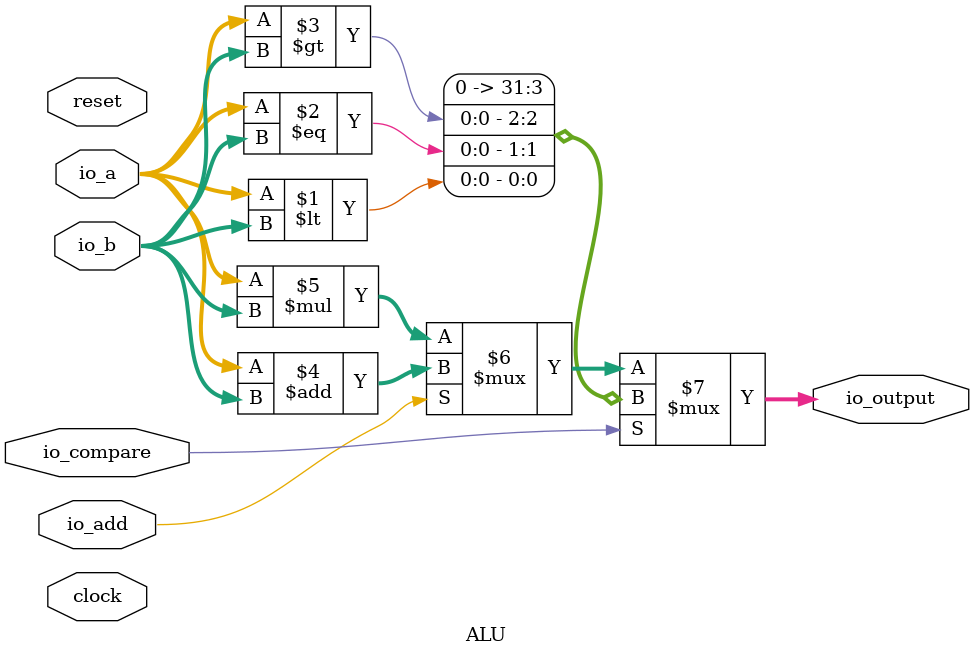
<source format=sv>
module ALU(
  input         clock,
                reset,
                io_add,
                io_compare,
  input  [31:0] io_a,
                io_b,
  output [31:0] io_output
);

  assign io_output =
    io_compare
      ? {29'h0, io_a > io_b, io_a == io_b, io_a < io_b}
      : io_add ? io_a + io_b : io_a * io_b;
endmodule


</source>
